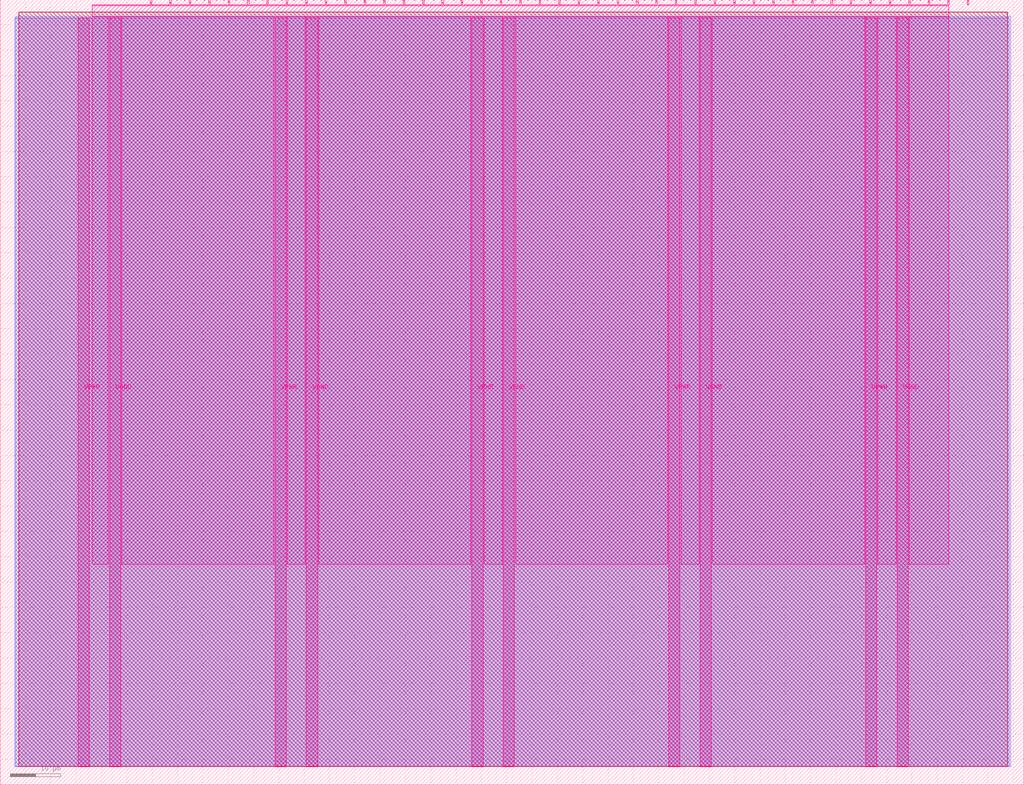
<source format=lef>
VERSION 5.7 ;
  NOWIREEXTENSIONATPIN ON ;
  DIVIDERCHAR "/" ;
  BUSBITCHARS "[]" ;
MACRO tt_um_i2c_regf
  CLASS BLOCK ;
  FOREIGN tt_um_i2c_regf ;
  ORIGIN 0.000 0.000 ;
  SIZE 202.080 BY 154.980 ;
  PIN VGND
    DIRECTION INOUT ;
    USE GROUND ;
    PORT
      LAYER Metal5 ;
        RECT 21.580 3.560 23.780 151.420 ;
    END
    PORT
      LAYER Metal5 ;
        RECT 60.450 3.560 62.650 151.420 ;
    END
    PORT
      LAYER Metal5 ;
        RECT 99.320 3.560 101.520 151.420 ;
    END
    PORT
      LAYER Metal5 ;
        RECT 138.190 3.560 140.390 151.420 ;
    END
    PORT
      LAYER Metal5 ;
        RECT 177.060 3.560 179.260 151.420 ;
    END
  END VGND
  PIN VPWR
    DIRECTION INOUT ;
    USE POWER ;
    PORT
      LAYER Metal5 ;
        RECT 15.380 3.560 17.580 151.420 ;
    END
    PORT
      LAYER Metal5 ;
        RECT 54.250 3.560 56.450 151.420 ;
    END
    PORT
      LAYER Metal5 ;
        RECT 93.120 3.560 95.320 151.420 ;
    END
    PORT
      LAYER Metal5 ;
        RECT 131.990 3.560 134.190 151.420 ;
    END
    PORT
      LAYER Metal5 ;
        RECT 170.860 3.560 173.060 151.420 ;
    END
  END VPWR
  PIN clk
    DIRECTION INPUT ;
    USE SIGNAL ;
    ANTENNAGATEAREA 0.426400 ;
    PORT
      LAYER Metal5 ;
        RECT 187.050 153.980 187.350 154.980 ;
    END
  END clk
  PIN ena
    DIRECTION INPUT ;
    USE SIGNAL ;
    PORT
      LAYER Metal5 ;
        RECT 190.890 153.980 191.190 154.980 ;
    END
  END ena
  PIN rst_n
    DIRECTION INPUT ;
    USE SIGNAL ;
    ANTENNAGATEAREA 0.741000 ;
    PORT
      LAYER Metal5 ;
        RECT 183.210 153.980 183.510 154.980 ;
    END
  END rst_n
  PIN ui_in[0]
    DIRECTION INPUT ;
    USE SIGNAL ;
    PORT
      LAYER Metal5 ;
        RECT 179.370 153.980 179.670 154.980 ;
    END
  END ui_in[0]
  PIN ui_in[1]
    DIRECTION INPUT ;
    USE SIGNAL ;
    PORT
      LAYER Metal5 ;
        RECT 175.530 153.980 175.830 154.980 ;
    END
  END ui_in[1]
  PIN ui_in[2]
    DIRECTION INPUT ;
    USE SIGNAL ;
    PORT
      LAYER Metal5 ;
        RECT 171.690 153.980 171.990 154.980 ;
    END
  END ui_in[2]
  PIN ui_in[3]
    DIRECTION INPUT ;
    USE SIGNAL ;
    PORT
      LAYER Metal5 ;
        RECT 167.850 153.980 168.150 154.980 ;
    END
  END ui_in[3]
  PIN ui_in[4]
    DIRECTION INPUT ;
    USE SIGNAL ;
    PORT
      LAYER Metal5 ;
        RECT 164.010 153.980 164.310 154.980 ;
    END
  END ui_in[4]
  PIN ui_in[5]
    DIRECTION INPUT ;
    USE SIGNAL ;
    PORT
      LAYER Metal5 ;
        RECT 160.170 153.980 160.470 154.980 ;
    END
  END ui_in[5]
  PIN ui_in[6]
    DIRECTION INPUT ;
    USE SIGNAL ;
    PORT
      LAYER Metal5 ;
        RECT 156.330 153.980 156.630 154.980 ;
    END
  END ui_in[6]
  PIN ui_in[7]
    DIRECTION INPUT ;
    USE SIGNAL ;
    PORT
      LAYER Metal5 ;
        RECT 152.490 153.980 152.790 154.980 ;
    END
  END ui_in[7]
  PIN uio_in[0]
    DIRECTION INPUT ;
    USE SIGNAL ;
    ANTENNAGATEAREA 0.213200 ;
    PORT
      LAYER Metal5 ;
        RECT 148.650 153.980 148.950 154.980 ;
    END
  END uio_in[0]
  PIN uio_in[1]
    DIRECTION INPUT ;
    USE SIGNAL ;
    PORT
      LAYER Metal5 ;
        RECT 144.810 153.980 145.110 154.980 ;
    END
  END uio_in[1]
  PIN uio_in[2]
    DIRECTION INPUT ;
    USE SIGNAL ;
    PORT
      LAYER Metal5 ;
        RECT 140.970 153.980 141.270 154.980 ;
    END
  END uio_in[2]
  PIN uio_in[3]
    DIRECTION INPUT ;
    USE SIGNAL ;
    PORT
      LAYER Metal5 ;
        RECT 137.130 153.980 137.430 154.980 ;
    END
  END uio_in[3]
  PIN uio_in[4]
    DIRECTION INPUT ;
    USE SIGNAL ;
    PORT
      LAYER Metal5 ;
        RECT 133.290 153.980 133.590 154.980 ;
    END
  END uio_in[4]
  PIN uio_in[5]
    DIRECTION INPUT ;
    USE SIGNAL ;
    PORT
      LAYER Metal5 ;
        RECT 129.450 153.980 129.750 154.980 ;
    END
  END uio_in[5]
  PIN uio_in[6]
    DIRECTION INPUT ;
    USE SIGNAL ;
    PORT
      LAYER Metal5 ;
        RECT 125.610 153.980 125.910 154.980 ;
    END
  END uio_in[6]
  PIN uio_in[7]
    DIRECTION INPUT ;
    USE SIGNAL ;
    PORT
      LAYER Metal5 ;
        RECT 121.770 153.980 122.070 154.980 ;
    END
  END uio_in[7]
  PIN uio_oe[0]
    DIRECTION OUTPUT ;
    USE SIGNAL ;
    ANTENNADIFFAREA 0.654800 ;
    PORT
      LAYER Metal5 ;
        RECT 56.490 153.980 56.790 154.980 ;
    END
  END uio_oe[0]
  PIN uio_oe[1]
    DIRECTION OUTPUT ;
    USE SIGNAL ;
    ANTENNADIFFAREA 0.392700 ;
    PORT
      LAYER Metal5 ;
        RECT 52.650 153.980 52.950 154.980 ;
    END
  END uio_oe[1]
  PIN uio_oe[2]
    DIRECTION OUTPUT ;
    USE SIGNAL ;
    ANTENNADIFFAREA 0.299200 ;
    PORT
      LAYER Metal5 ;
        RECT 48.810 153.980 49.110 154.980 ;
    END
  END uio_oe[2]
  PIN uio_oe[3]
    DIRECTION OUTPUT ;
    USE SIGNAL ;
    ANTENNADIFFAREA 0.299200 ;
    PORT
      LAYER Metal5 ;
        RECT 44.970 153.980 45.270 154.980 ;
    END
  END uio_oe[3]
  PIN uio_oe[4]
    DIRECTION OUTPUT ;
    USE SIGNAL ;
    ANTENNADIFFAREA 0.299200 ;
    PORT
      LAYER Metal5 ;
        RECT 41.130 153.980 41.430 154.980 ;
    END
  END uio_oe[4]
  PIN uio_oe[5]
    DIRECTION OUTPUT ;
    USE SIGNAL ;
    ANTENNADIFFAREA 0.299200 ;
    PORT
      LAYER Metal5 ;
        RECT 37.290 153.980 37.590 154.980 ;
    END
  END uio_oe[5]
  PIN uio_oe[6]
    DIRECTION OUTPUT ;
    USE SIGNAL ;
    ANTENNADIFFAREA 0.299200 ;
    PORT
      LAYER Metal5 ;
        RECT 33.450 153.980 33.750 154.980 ;
    END
  END uio_oe[6]
  PIN uio_oe[7]
    DIRECTION OUTPUT ;
    USE SIGNAL ;
    ANTENNADIFFAREA 0.299200 ;
    PORT
      LAYER Metal5 ;
        RECT 29.610 153.980 29.910 154.980 ;
    END
  END uio_oe[7]
  PIN uio_out[0]
    DIRECTION OUTPUT ;
    USE SIGNAL ;
    ANTENNADIFFAREA 0.654800 ;
    PORT
      LAYER Metal5 ;
        RECT 87.210 153.980 87.510 154.980 ;
    END
  END uio_out[0]
  PIN uio_out[1]
    DIRECTION OUTPUT ;
    USE SIGNAL ;
    ANTENNADIFFAREA 0.654800 ;
    PORT
      LAYER Metal5 ;
        RECT 83.370 153.980 83.670 154.980 ;
    END
  END uio_out[1]
  PIN uio_out[2]
    DIRECTION OUTPUT ;
    USE SIGNAL ;
    ANTENNADIFFAREA 0.654800 ;
    PORT
      LAYER Metal5 ;
        RECT 79.530 153.980 79.830 154.980 ;
    END
  END uio_out[2]
  PIN uio_out[3]
    DIRECTION OUTPUT ;
    USE SIGNAL ;
    ANTENNADIFFAREA 0.654800 ;
    PORT
      LAYER Metal5 ;
        RECT 75.690 153.980 75.990 154.980 ;
    END
  END uio_out[3]
  PIN uio_out[4]
    DIRECTION OUTPUT ;
    USE SIGNAL ;
    ANTENNADIFFAREA 0.654800 ;
    PORT
      LAYER Metal5 ;
        RECT 71.850 153.980 72.150 154.980 ;
    END
  END uio_out[4]
  PIN uio_out[5]
    DIRECTION OUTPUT ;
    USE SIGNAL ;
    ANTENNADIFFAREA 0.299200 ;
    PORT
      LAYER Metal5 ;
        RECT 68.010 153.980 68.310 154.980 ;
    END
  END uio_out[5]
  PIN uio_out[6]
    DIRECTION OUTPUT ;
    USE SIGNAL ;
    ANTENNADIFFAREA 0.299200 ;
    PORT
      LAYER Metal5 ;
        RECT 64.170 153.980 64.470 154.980 ;
    END
  END uio_out[6]
  PIN uio_out[7]
    DIRECTION OUTPUT ;
    USE SIGNAL ;
    ANTENNADIFFAREA 0.299200 ;
    PORT
      LAYER Metal5 ;
        RECT 60.330 153.980 60.630 154.980 ;
    END
  END uio_out[7]
  PIN uo_out[0]
    DIRECTION OUTPUT ;
    USE SIGNAL ;
    ANTENNAGATEAREA 0.483600 ;
    ANTENNADIFFAREA 0.632400 ;
    PORT
      LAYER Metal5 ;
        RECT 117.930 153.980 118.230 154.980 ;
    END
  END uo_out[0]
  PIN uo_out[1]
    DIRECTION OUTPUT ;
    USE SIGNAL ;
    ANTENNAGATEAREA 0.483600 ;
    ANTENNADIFFAREA 0.632400 ;
    PORT
      LAYER Metal5 ;
        RECT 114.090 153.980 114.390 154.980 ;
    END
  END uo_out[1]
  PIN uo_out[2]
    DIRECTION OUTPUT ;
    USE SIGNAL ;
    ANTENNAGATEAREA 0.483600 ;
    ANTENNADIFFAREA 0.632400 ;
    PORT
      LAYER Metal5 ;
        RECT 110.250 153.980 110.550 154.980 ;
    END
  END uo_out[2]
  PIN uo_out[3]
    DIRECTION OUTPUT ;
    USE SIGNAL ;
    ANTENNAGATEAREA 0.483600 ;
    ANTENNADIFFAREA 0.632400 ;
    PORT
      LAYER Metal5 ;
        RECT 106.410 153.980 106.710 154.980 ;
    END
  END uo_out[3]
  PIN uo_out[4]
    DIRECTION OUTPUT ;
    USE SIGNAL ;
    ANTENNAGATEAREA 0.483600 ;
    ANTENNADIFFAREA 0.632400 ;
    PORT
      LAYER Metal5 ;
        RECT 102.570 153.980 102.870 154.980 ;
    END
  END uo_out[4]
  PIN uo_out[5]
    DIRECTION OUTPUT ;
    USE SIGNAL ;
    ANTENNAGATEAREA 0.483600 ;
    ANTENNADIFFAREA 0.632400 ;
    PORT
      LAYER Metal5 ;
        RECT 98.730 153.980 99.030 154.980 ;
    END
  END uo_out[5]
  PIN uo_out[6]
    DIRECTION OUTPUT ;
    USE SIGNAL ;
    ANTENNAGATEAREA 0.483600 ;
    ANTENNADIFFAREA 0.632400 ;
    PORT
      LAYER Metal5 ;
        RECT 94.890 153.980 95.190 154.980 ;
    END
  END uo_out[6]
  PIN uo_out[7]
    DIRECTION OUTPUT ;
    USE SIGNAL ;
    ANTENNAGATEAREA 0.483600 ;
    ANTENNADIFFAREA 0.632400 ;
    PORT
      LAYER Metal5 ;
        RECT 91.050 153.980 91.350 154.980 ;
    END
  END uo_out[7]
  OBS
      LAYER GatPoly ;
        RECT 2.880 3.630 199.200 151.350 ;
      LAYER Metal1 ;
        RECT 2.880 3.560 199.200 151.420 ;
      LAYER Metal2 ;
        RECT 3.085 3.680 199.475 151.720 ;
      LAYER Metal3 ;
        RECT 3.740 3.635 198.820 152.605 ;
      LAYER Metal4 ;
        RECT 3.695 3.680 198.865 152.560 ;
      LAYER Metal5 ;
        RECT 18.140 153.770 29.400 153.980 ;
        RECT 30.120 153.770 33.240 153.980 ;
        RECT 33.960 153.770 37.080 153.980 ;
        RECT 37.800 153.770 40.920 153.980 ;
        RECT 41.640 153.770 44.760 153.980 ;
        RECT 45.480 153.770 48.600 153.980 ;
        RECT 49.320 153.770 52.440 153.980 ;
        RECT 53.160 153.770 56.280 153.980 ;
        RECT 57.000 153.770 60.120 153.980 ;
        RECT 60.840 153.770 63.960 153.980 ;
        RECT 64.680 153.770 67.800 153.980 ;
        RECT 68.520 153.770 71.640 153.980 ;
        RECT 72.360 153.770 75.480 153.980 ;
        RECT 76.200 153.770 79.320 153.980 ;
        RECT 80.040 153.770 83.160 153.980 ;
        RECT 83.880 153.770 87.000 153.980 ;
        RECT 87.720 153.770 90.840 153.980 ;
        RECT 91.560 153.770 94.680 153.980 ;
        RECT 95.400 153.770 98.520 153.980 ;
        RECT 99.240 153.770 102.360 153.980 ;
        RECT 103.080 153.770 106.200 153.980 ;
        RECT 106.920 153.770 110.040 153.980 ;
        RECT 110.760 153.770 113.880 153.980 ;
        RECT 114.600 153.770 117.720 153.980 ;
        RECT 118.440 153.770 121.560 153.980 ;
        RECT 122.280 153.770 125.400 153.980 ;
        RECT 126.120 153.770 129.240 153.980 ;
        RECT 129.960 153.770 133.080 153.980 ;
        RECT 133.800 153.770 136.920 153.980 ;
        RECT 137.640 153.770 140.760 153.980 ;
        RECT 141.480 153.770 144.600 153.980 ;
        RECT 145.320 153.770 148.440 153.980 ;
        RECT 149.160 153.770 152.280 153.980 ;
        RECT 153.000 153.770 156.120 153.980 ;
        RECT 156.840 153.770 159.960 153.980 ;
        RECT 160.680 153.770 163.800 153.980 ;
        RECT 164.520 153.770 167.640 153.980 ;
        RECT 168.360 153.770 171.480 153.980 ;
        RECT 172.200 153.770 175.320 153.980 ;
        RECT 176.040 153.770 179.160 153.980 ;
        RECT 179.880 153.770 183.000 153.980 ;
        RECT 183.720 153.770 186.840 153.980 ;
        RECT 18.140 151.630 187.300 153.770 ;
        RECT 18.140 43.535 21.370 151.630 ;
        RECT 23.990 43.535 54.040 151.630 ;
        RECT 56.660 43.535 60.240 151.630 ;
        RECT 62.860 43.535 92.910 151.630 ;
        RECT 95.530 43.535 99.110 151.630 ;
        RECT 101.730 43.535 131.780 151.630 ;
        RECT 134.400 43.535 137.980 151.630 ;
        RECT 140.600 43.535 170.650 151.630 ;
        RECT 173.270 43.535 176.850 151.630 ;
        RECT 179.470 43.535 187.300 151.630 ;
  END
END tt_um_i2c_regf
END LIBRARY


</source>
